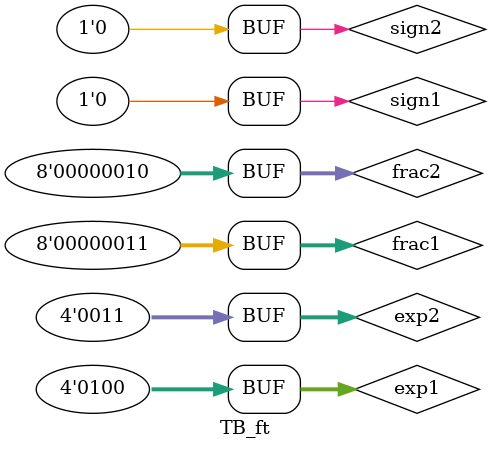
<source format=v>

module TB_ft();
reg sign1,sign2;
reg [7:0] frac1 , frac2;
reg [3:0] exp1,exp2;
wire sign_out;
wire [3:0] exp_out;
wire [7:0] frac_out;

floating_point uut (sign1,sign2,frac1,frac2,exp1,exp2,sign_out,frac_out,exp_out);
 initial
  begin 
   sign1 = 0;
	sign2 = 1;
	frac1 = 8'b10001111;
	frac2 = 8'b00110011;
	exp1  = 4'd4;
	exp2  = 4'd5;
	#100;
	sign1 = 1;
	sign2 = 1;
	frac1 = 8'd52;
	frac2 = 8'd53;
	exp1  = 4'd5;
	exp2  = 4'd5;
	#50;
	sign1 = 0;
	sign2 = 0;
	frac1 = 8'b00000011;
	frac2 = 8'b00000010;
	exp1  = 4'd4;
	exp2  = 4'd3;
 end
 endmodule


</source>
